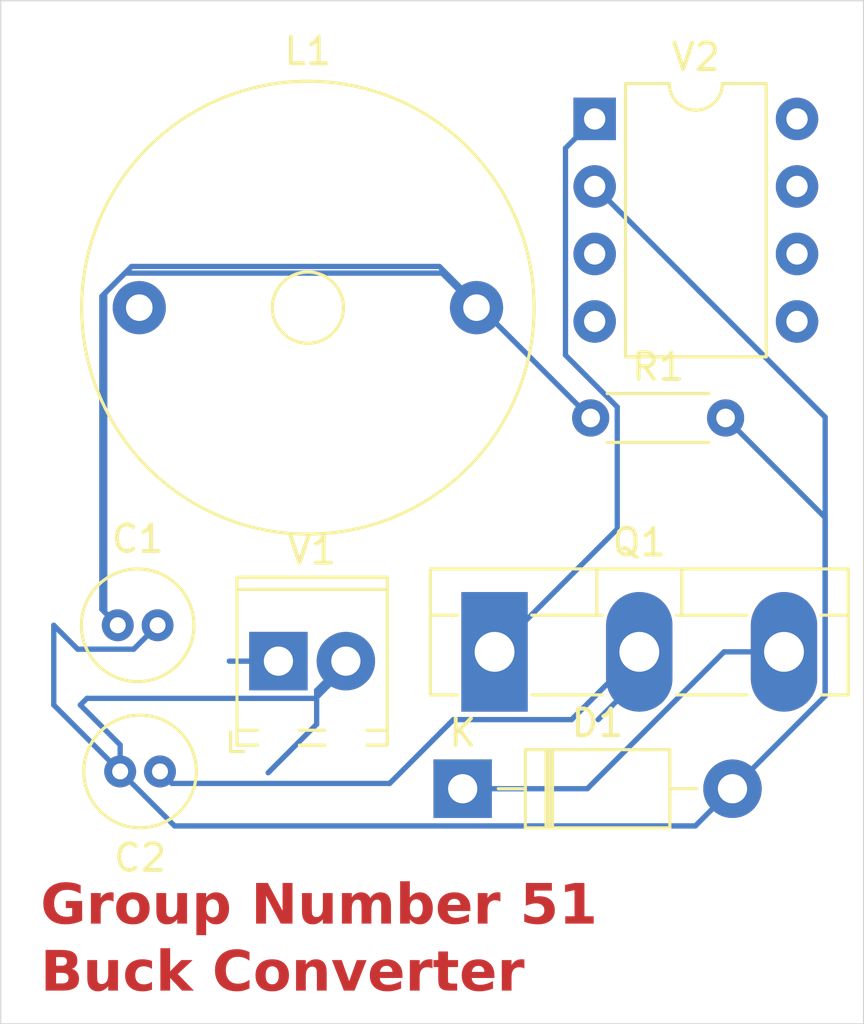
<source format=kicad_pcb>
(kicad_pcb (version 20240108) (generator "pcbnew") (generator_version "8.0")
  (layers (0 "F.Cu" signal) (31 "B.Cu" signal) (34 "B.Paste" user) (35 "F.Paste" user) (36 "B.SilkS" user "B.Silkscreen") (37 "F.SilkS" user "F.Silkscreen") (38 "B.Mask" user) (39 "F.Mask" user) (44 "Edge.Cuts" user))
  (net 0 "")
  (net 1 "Net-(D1-A)")
  (net 2 "Net-(C1-Pad1)")
  (net 3 "Net-(C2-Pad1)")
  (net 4 "Net-(D1-K)")
  (net 5 "Net-(Q1-Pad1)")
  (footprint "Package_TO_SOT_THT:TO-3P-3_Vertical" (layer "F.Cu") (at 160.6 62.5)
    (property "Reference" "Q1" (at 5.45 -4.12 0) (layer "F.SilkS"))
    (property "Value" "IRFZ44N")
    (fp_line (start -2.42 -3.12) (end -2.42 1.62) (stroke (width 0.12)) (layer "F.SilkS"))
    (fp_line (start -2.42 -3.12) (end 13.32 -3.12) (stroke (width 0.12)) (layer "F.SilkS"))
    (fp_line (start -2.42 -1.38) (end -1.4 -1.38) (stroke (width 0.12)) (layer "F.SilkS"))
    (fp_line (start -2.42 1.62) (end -1.4 1.62) (stroke (width 0.12)) (layer "F.SilkS"))
    (fp_line (start 1.4 -1.38) (end 4.051 -1.38) (stroke (width 0.12)) (layer "F.SilkS"))
    (fp_line (start 1.4 1.62) (end 4.051 1.62) (stroke (width 0.12)) (layer "F.SilkS"))
    (fp_line (start 3.85 -3.12) (end 3.85 -1.38) (stroke (width 0.12)) (layer "F.SilkS"))
    (fp_line (start 6.85 -1.38) (end 9.5 -1.38) (stroke (width 0.12)) (layer "F.SilkS"))
    (fp_line (start 6.85 1.62) (end 9.5 1.62) (stroke (width 0.12)) (layer "F.SilkS"))
    (fp_line (start 7.051 -3.12) (end 7.051 -1.38) (stroke (width 0.12)) (layer "F.SilkS"))
    (fp_line (start 12.3 -1.38) (end 13.32 -1.38) (stroke (width 0.12)) (layer "F.SilkS"))
    (fp_line (start 12.3 1.62) (end 13.32 1.62) (stroke (width 0.12)) (layer "F.SilkS"))
    (fp_line (start 13.32 -3.12) (end 13.32 1.62) (stroke (width 0.12)) (layer "F.SilkS"))
    (pad "1" thru_hole rect (at 0 0) (size 2.5 4.5) (drill 1.5) (layers "*.Cu" "*.Mask") (net 5 "Net-(Q1-Pad1)"))
    (pad "2" thru_hole oval (at 5.45 0) (size 2.5 4.5) (drill 1.5) (layers "*.Cu" "*.Mask") (net 3 "Net-(C2-Pad1)"))
    (pad "3" thru_hole oval (at 10.9 0) (size 2.5 4.5) (drill 1.5) (layers "*.Cu" "*.Mask") (net 4 "Net-(D1-K)"))
  )
  (footprint "Package_DIP:DIP-8_W7.62mm" (layer "F.Cu") (at 164.37 42.45)
    (property "Reference" "V2" (at 3.81 -2.33 0) (layer "F.SilkS"))
    (property "Value" "VPULSE")
    (fp_line (start 1.16 -1.33) (end 1.16 8.95) (stroke (width 0.12)) (layer "F.SilkS"))
    (fp_line (start 1.16 8.95) (end 6.46 8.95) (stroke (width 0.12)) (layer "F.SilkS"))
    (fp_line (start 2.81 -1.33) (end 1.16 -1.33) (stroke (width 0.12)) (layer "F.SilkS"))
    (fp_line (start 6.46 -1.33) (end 4.81 -1.33) (stroke (width 0.12)) (layer "F.SilkS"))
    (fp_line (start 6.46 8.95) (end 6.46 -1.33) (stroke (width 0.12)) (layer "F.SilkS"))
    (fp_arc (start 4.81 -1.33) (mid 3.81 -0.33) (end 2.81 -1.33) (stroke (width 0.12)) (layer "F.SilkS"))
    (pad "1" thru_hole rect (at 0 0) (size 1.6 1.6) (drill 0.8) (layers "*.Cu" "*.Mask") (net 5 "Net-(Q1-Pad1)"))
    (pad "2" thru_hole oval (at 0 2.54) (size 1.6 1.6) (drill 0.8) (layers "*.Cu" "*.Mask") (net 1 "Net-(D1-A)"))
    (pad "3" thru_hole oval (at 0 5.08) (size 1.6 1.6) (drill 0.8) (layers "*.Cu" "*.Mask"))
    (pad "4" thru_hole oval (at 0 7.62) (size 1.6 1.6) (drill 0.8) (layers "*.Cu" "*.Mask"))
    (pad "5" thru_hole oval (at 7.62 7.62) (size 1.6 1.6) (drill 0.8) (layers "*.Cu" "*.Mask"))
    (pad "6" thru_hole oval (at 7.62 5.08) (size 1.6 1.6) (drill 0.8) (layers "*.Cu" "*.Mask"))
    (pad "7" thru_hole oval (at 7.62 2.54) (size 1.6 1.6) (drill 0.8) (layers "*.Cu" "*.Mask"))
    (pad "8" thru_hole oval (at 7.62 0) (size 1.6 1.6) (drill 0.8) (layers "*.Cu" "*.Mask"))
  )
  (footprint "Capacitor_THT:C_Radial_D4.0mm_H7.0mm_P1.50mm" (layer "F.Cu") (at 146.41 61.5)
    (property "Reference" "C1" (at 0.75 -3.25 0) (layer "F.SilkS"))
    (property "Value" "100uF")
    (fp_circle (center 0.75 0) (end 2.87 0) (stroke (width 0.12)) (fill none) (layer "F.SilkS"))
    (pad "1" thru_hole circle (at 0 0) (size 1.2 1.2) (drill 0.6) (layers "*.Cu" "*.Mask") (net 2 "Net-(C1-Pad1)"))
    (pad "2" thru_hole circle (at 1.5 0) (size 1.2 1.2) (drill 0.6) (layers "*.Cu" "*.Mask") (net 1 "Net-(D1-A)"))
  )
  (footprint "TerminalBlock_Phoenix:TerminalBlock_Phoenix_MPT-0,5-2-2.54_1x02_P2.54mm_Horizontal" (layer "F.Cu") (at 152.46 62.85)
    (property "Reference" "V1" (at 1.27 -4.16 0) (layer "F.SilkS"))
    (property "Value" "24V")
    (fp_line (start -1.8 2.66) (end -1.8 3.4) (stroke (width 0.12)) (layer "F.SilkS"))
    (fp_line (start -1.8 3.4) (end -1.3 3.4) (stroke (width 0.12)) (layer "F.SilkS"))
    (fp_line (start -1.56 -3.16) (end -1.56 3.16) (stroke (width 0.12)) (layer "F.SilkS"))
    (fp_line (start -1.56 -3.16) (end 4.1 -3.16) (stroke (width 0.12)) (layer "F.SilkS"))
    (fp_line (start -1.56 -2.7) (end 4.1 -2.7) (stroke (width 0.12)) (layer "F.SilkS"))
    (fp_line (start -1.56 2.6) (end -0.79 2.6) (stroke (width 0.12)) (layer "F.SilkS"))
    (fp_line (start -1.56 3.16) (end -0.79 3.16) (stroke (width 0.12)) (layer "F.SilkS"))
    (fp_line (start 0.79 2.6) (end 1.75 2.6) (stroke (width 0.12)) (layer "F.SilkS"))
    (fp_line (start 0.79 3.16) (end 1.75 3.16) (stroke (width 0.12)) (layer "F.SilkS"))
    (fp_line (start 3.33 2.6) (end 4.1 2.6) (stroke (width 0.12)) (layer "F.SilkS"))
    (fp_line (start 3.33 3.16) (end 4.1 3.16) (stroke (width 0.12)) (layer "F.SilkS"))
    (fp_line (start 4.1 -3.16) (end 4.1 3.16) (stroke (width 0.12)) (layer "F.SilkS"))
    (pad "" np_thru_hole circle (at 0 2.54) (size 1.1 1.1) (drill 1.1) (layers "*.Cu" "*.Mask"))
    (pad "" np_thru_hole circle (at 2.54 2.54) (size 1.1 1.1) (drill 1.1) (layers "*.Cu" "*.Mask"))
    (pad "1" thru_hole rect (at 0 0) (size 2.2 2.2) (drill 1.1) (layers "*.Cu" "*.Mask") (net 3 "Net-(C2-Pad1)"))
    (pad "2" thru_hole circle (at 2.54 0) (size 2.2 2.2) (drill 1.1) (layers "*.Cu" "*.Mask") (net 1 "Net-(D1-A)"))
  )
  (footprint "Diode_THT:D_DO-41_SOD81_P10.16mm_Horizontal" (layer "F.Cu") (at 159.4 67.65)
    (property "Reference" "D1" (at 5.08 -2.47 0) (layer "F.SilkS"))
    (property "Value" "1N5819")
    (fp_line (start 1.34 0) (end 2.36 0) (stroke (width 0.12)) (layer "F.SilkS"))
    (fp_line (start 2.36 -1.47) (end 2.36 1.47) (stroke (width 0.12)) (layer "F.SilkS"))
    (fp_line (start 2.36 1.47) (end 7.8 1.47) (stroke (width 0.12)) (layer "F.SilkS"))
    (fp_line (start 3.14 -1.47) (end 3.14 1.47) (stroke (width 0.12)) (layer "F.SilkS"))
    (fp_line (start 3.26 -1.47) (end 3.26 1.47) (stroke (width 0.12)) (layer "F.SilkS"))
    (fp_line (start 3.38 -1.47) (end 3.38 1.47) (stroke (width 0.12)) (layer "F.SilkS"))
    (fp_line (start 7.8 -1.47) (end 2.36 -1.47) (stroke (width 0.12)) (layer "F.SilkS"))
    (fp_line (start 7.8 1.47) (end 7.8 -1.47) (stroke (width 0.12)) (layer "F.SilkS"))
    (fp_line (start 8.82 0) (end 7.8 0) (stroke (width 0.12)) (layer "F.SilkS"))
    (fp_text user "K" (at 0 -2.1 0) (layer "F.SilkS"))
    (pad "1" thru_hole rect (at 0 0) (size 2.2 2.2) (drill 1.1) (layers "*.Cu" "*.Mask") (net 4 "Net-(D1-K)"))
    (pad "2" thru_hole oval (at 10.16 0) (size 2.2 2.2) (drill 1.1) (layers "*.Cu" "*.Mask") (net 1 "Net-(D1-A)"))
  )
  (footprint "Inductor_THT:L_Radial_D16.8mm_P12.70mm_Vishay_IHB-1" (layer "F.Cu") (at 147.22 49.55)
    (property "Reference" "L1" (at 6.35 -9.65 0) (layer "F.SilkS"))
    (property "Value" "36uH")
    (fp_circle (center 6.35 0) (end 7.69 0) (stroke (width 0.12)) (fill none) (layer "F.SilkS"))
    (fp_circle (center 6.35 0) (end 14.87 0) (stroke (width 0.12)) (fill none) (layer "F.SilkS"))
    (pad "1" thru_hole circle (at 0 0) (size 2 2) (drill 1) (layers "*.Cu" "*.Mask") (net 4 "Net-(D1-K)"))
    (pad "2" thru_hole circle (at 12.7 0) (size 2 2) (drill 1) (layers "*.Cu" "*.Mask") (net 2 "Net-(C1-Pad1)"))
  )
  (footprint "Resistor_THT:R_Axial_DIN0204_L3.6mm_D1.6mm_P5.08mm_Horizontal" (layer "F.Cu") (at 164.22 53.7)
    (property "Reference" "R1" (at 2.54 -1.92 0) (layer "F.SilkS"))
    (property "Value" "5R")
    (fp_line (start 0.62 -0.92) (end 4.46 -0.92) (stroke (width 0.12)) (layer "F.SilkS"))
    (fp_line (start 0.62 0.92) (end 4.46 0.92) (stroke (width 0.12)) (layer "F.SilkS"))
    (pad "1" thru_hole circle (at 0 0) (size 1.4 1.4) (drill 0.7) (layers "*.Cu" "*.Mask") (net 2 "Net-(C1-Pad1)"))
    (pad "2" thru_hole oval (at 5.08 0) (size 1.4 1.4) (drill 0.7) (layers "*.Cu" "*.Mask") (net 1 "Net-(D1-A)"))
  )
  (footprint "Capacitor_THT:C_Radial_D4.0mm_H5.0mm_P1.50mm" (layer "F.Cu") (at 148 67 180)
    (property "Reference" "C2" (at 0.75 -3.25 360) (layer "F.SilkS"))
    (property "Value" "10uF")
    (fp_circle (center 0.75 0) (end 2.87 0) (stroke (width 0.12)) (fill none) (layer "F.SilkS"))
    (pad "1" thru_hole circle (at 0 0 180) (size 1.2 1.2) (drill 0.6) (layers "*.Cu" "*.Mask") (net 3 "Net-(C2-Pad1)"))
    (pad "2" thru_hole circle (at 1.5 0 180) (size 1.2 1.2) (drill 0.6) (layers "*.Cu" "*.Mask") (net 1 "Net-(D1-A)"))
  )
  (gr_line (start 142 76.5) (end 142 38) (stroke (width 0.05)) (layer "Edge.Cuts"))
  (gr_line (start 144.5 76.5) (end 142 76.5) (stroke (width 0.05)) (layer "Edge.Cuts"))
  (gr_line (start 174.5 76.5) (end 144.5 76.5) (stroke (width 0.05)) (layer "Edge.Cuts"))
  (gr_line (start 145 38) (end 174.5 38) (stroke (width 0.05)) (layer "Edge.Cuts"))
  (gr_line (start 142 38) (end 145 38) (stroke (width 0.05)) (layer "Edge.Cuts"))
  (gr_line (start 174.5 38) (end 174.5 76.5) (stroke (width 0.05)) (layer "Edge.Cuts"))
  (gr_text "Group Number 51\nBuck Converter" (at 143.5 75.5 0) (layer "F.Cu") (effects (font (size 1.5 1.5) (thickness 0.3) (bold yes)) (justify left bottom)))
  (segment (start 153.900001 63.949999) (end 153.900001 65.222791) (width 0.2) (layer "B.Cu") (net 1))
  (segment (start 155 63.11) (end 153.86 64.25) (width 0.2) (layer "B.Cu") (net 1))
  (segment (start 168.16 69.05) (end 148.55 69.05) (width 0.2) (layer "B.Cu") (net 1))
  (segment (start 173.05 53.67) (end 173.05 64.16) (width 0.2) (layer "B.Cu") (net 1))
  (segment (start 169.3 53.7) (end 173.05 57.45) (width 0.2) (layer "B.Cu") (net 1))
  (segment (start 173.05 64.16) (end 169.56 67.65) (width 0.2) (layer "B.Cu") (net 1))
  (segment (start 164.37 44.99) (end 173.05 53.67) (width 0.2) (layer "B.Cu") (net 1))
  (segment (start 144 64.5) (end 146.5 67) (width 0.2) (layer "B.Cu") (net 1))
  (segment (start 144 61.5) (end 144 64.5) (width 0.2) (layer "B.Cu") (net 1))
  (segment (start 153.86 64.25) (end 145.25 64.25) (width 0.2) (layer "B.Cu") (net 1))
  (segment (start 155 62.85) (end 155 63.11) (width 0.2) (layer "B.Cu") (net 1))
  (segment (start 153.900001 65.222791) (end 152.072792 67.05) (width 0.2) (layer "B.Cu") (net 1))
  (segment (start 144.9 62.4) (end 144 61.5) (width 0.2) (layer "B.Cu") (net 1))
  (segment (start 147.01 62.4) (end 144.9 62.4) (width 0.2) (layer "B.Cu") (net 1))
  (segment (start 147.91 61.5) (end 147.01 62.4) (width 0.2) (layer "B.Cu") (net 1))
  (segment (start 145.25 64.25) (end 145 64.5) (width 0.2) (layer "B.Cu") (net 1))
  (segment (start 169.56 67.65) (end 168.16 69.05) (width 0.2) (layer "B.Cu") (net 1))
  (segment (start 146.5 66) (end 146.5 67) (width 0.2) (layer "B.Cu") (net 1))
  (segment (start 155 62.85) (end 153.900001 63.949999) (width 0.2) (layer "B.Cu") (net 1))
  (segment (start 173.05 57.45) (end 173.05 64.16) (width 0.2) (layer "B.Cu") (net 1))
  (segment (start 148.55 69.05) (end 146.5 67) (width 0.2) (layer "B.Cu") (net 1))
  (segment (start 145 64.5) (end 146.5 66) (width 0.2) (layer "B.Cu") (net 1))
  (segment (start 145.92 61.01) (end 146.41 61.5) (width 0.2) (layer "B.Cu") (net 2))
  (segment (start 158.52 48) (end 164.22 53.7) (width 0.2) (layer "B.Cu") (net 2))
  (segment (start 159.92 49.55) (end 158.62 48.25) (width 0.2) (layer "B.Cu") (net 2))
  (segment (start 146.931522 48) (end 158.52 48) (width 0.2) (layer "B.Cu") (net 2))
  (segment (start 145.92 49.011522) (end 145.92 61.01) (width 0.2) (layer "B.Cu") (net 2))
  (segment (start 158.62 48.25) (end 146.681522 48.25) (width 0.2) (layer "B.Cu") (net 2))
  (segment (start 146.41 61.5) (end 145.81 60.9) (width 0.2) (layer "B.Cu") (net 2))
  (segment (start 146.681522 48.25) (end 145.92 49.011522) (width 0.2) (layer "B.Cu") (net 2))
  (segment (start 145.81 49.121522) (end 146.931522 48) (width 0.2) (layer "B.Cu") (net 2))
  (segment (start 145.81 60.9) (end 145.81 49.121522) (width 0.2) (layer "B.Cu") (net 2))
  (segment (start 152.46 62.85) (end 150.61 62.85) (width 0.2) (layer "B.Cu") (net 3))
  (segment (start 166.05 62.5) (end 166.05 63.5) (width 0.2) (layer "B.Cu") (net 3))
  (segment (start 148.45 67.45) (end 148 67) (width 0.2) (layer "B.Cu") (net 3))
  (segment (start 163.5 65.05) (end 159.05 65.05) (width 0.2) (layer "B.Cu") (net 3))
  (segment (start 159.05 65.05) (end 156.65 67.45) (width 0.2) (layer "B.Cu") (net 3))
  (segment (start 166.05 63.5) (end 164.5 65.05) (width 0.2) (layer "B.Cu") (net 3))
  (segment (start 156.65 67.45) (end 148.45 67.45) (width 0.2) (layer "B.Cu") (net 3))
  (segment (start 166.05 62.5) (end 163.5 65.05) (width 0.2) (layer "B.Cu") (net 3))
  (segment (start 159.4 67.65) (end 164.092031 67.65) (width 0.2) (layer "B.Cu") (net 4))
  (segment (start 169.242031 62.5) (end 171.5 62.5) (width 0.2) (layer "B.Cu") (net 4))
  (segment (start 164.092031 67.65) (end 169.242031 62.5) (width 0.2) (layer "B.Cu") (net 4))
  (segment (start 159.4 67.65) (end 159.05 67.3) (width 0.2) (layer "B.Cu") (net 4))
  (segment (start 165.22 53.285786) (end 165.22 57.88) (width 0.2) (layer "B.Cu") (net 5))
  (segment (start 165.22 57.88) (end 160.6 62.5) (width 0.2) (layer "B.Cu") (net 5))
  (segment (start 163.27 43.55) (end 163.27 51.335786) (width 0.2) (layer "B.Cu") (net 5))
  (segment (start 163.27 51.335786) (end 165.22 53.285786) (width 0.2) (layer "B.Cu") (net 5))
  (segment (start 164.37 42.45) (end 163.27 43.55) (width 0.2) (layer "B.Cu") (net 5))
)
</source>
